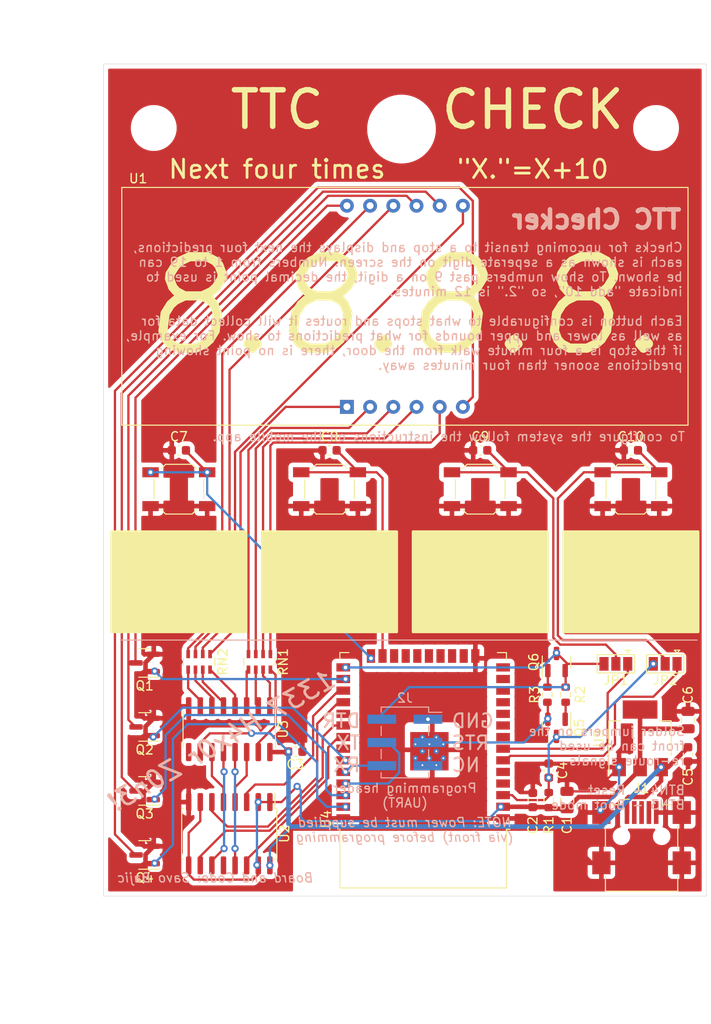
<source format=kicad_pcb>
(kicad_pcb (version 20221018) (generator pcbnew)
  (title_block (title "TTC Check") (date "2022-06-14") (rev "1.2") (company "Savo Bajic"))
  (layers (0 "F.Cu" signal) (31 "B.Cu" signal) (34 "B.Paste" user) (35 "F.Paste" user) (36 "B.SilkS" user "B.Silkscreen") (37 "F.SilkS" user "F.Silkscreen") (38 "B.Mask" user) (39 "F.Mask" user) (44 "Edge.Cuts" user))
  (net 0 "")
  (net 1 "/EN")
  (net 2 "GND")
  (net 3 "/BUT_{1}")
  (net 4 "+3V3")
  (net 5 "/BUT_{2}")
  (net 6 "+5V")
  (net 7 "/RX")
  (net 8 "/TX")
  (net 9 "/RTS")
  (net 10 "/DTR")
  (net 11 "/BOOT")
  (net 12 "/SW_{3}")
  (net 13 "/SW_{4}")
  (net 18 "/E")
  (net 19 "/F")
  (net 20 "/G")
  (net 21 "/DP")
  (net 22 "/A")
  (net 23 "/B")
  (net 24 "/C")
  (net 25 "/D")
  (net 26 "/OE")
  (net 27 "/RCLK")
  (net 28 "/SRCLCK")
  (net 29 "/SER")
  (net 30 "/BUT_{3}")
  (net 31 "/BUT_{4}")
  (net 32 "/DIGIT_{1}")
  (net 33 "/DIGIT_{2}")
  (net 34 "Net-(Q5-Pad1)")
  (net 35 "Net-(Q6-Pad1)")
  (net 36 "/DIGIT_{3}")
  (net 37 "/DIGIT_{4}")
  (net 38 "Net-(RN2-Pad5)")
  (net 39 "Net-(RN2-Pad6)")
  (net 40 "Net-(RN2-Pad7)")
  (net 41 "Net-(RN2-Pad8)")
  (net 42 "Net-(RN1-Pad5)")
  (net 43 "Net-(RN1-Pad6)")
  (net 44 "Net-(RN1-Pad7)")
  (net 45 "Net-(RN1-Pad8)")
  (net 46 "/OE_{5V}")
  (net 48 "/RCLK_{5V}")
  (net 49 "/SRCLK_{5V}")
  (net 50 "/SER_{5V}")
  (net 70 "/C_{1}")
  (net 71 "/C_{2}")
  (net 72 "/C_{3}")
  (net 73 "/C_{4}")
  (footprint "Capacitor_SMD:C_0603_1608Metric" (layer "F.Cu") (at 103.75 109.275 -90)
    (fp_text reference "C4")
    (fp_text value "100n")
  )
  (footprint "Capacitor_SMD:C_0603_1608Metric" (layer "F.Cu") (at 63.25 74.25)
    (fp_text reference "C7")
    (fp_text value "100n")
  )
  (footprint "Capacitor_SMD:C_0805_2012Metric" (layer "F.Cu") (at 105.75 112.5 90)
    (fp_text reference "C1")
    (fp_text value "22µ")
  )
  (footprint "Capacitor_SMD:C_0603_1608Metric" (layer "F.Cu") (at 102 112.5 -90)
    (fp_text reference "C2")
    (fp_text value "100n")
  )
  (footprint "Capacitor_SMD:C_0603_1608Metric" (layer "F.Cu") (at 79.75 74.25)
    (fp_text reference "C8")
    (fp_text value "100n")
  )
  (footprint "Capacitor_SMD:C_0603_1608Metric" (layer "F.Cu") (at 112.75 74.25)
    (fp_text reference "C10")
    (fp_text value "100n")
  )
  (footprint "Capacitor_SMD:C_0603_1608Metric" (layer "F.Cu") (at 119 107.5 90)
    (fp_text reference "C5")
    (fp_text value "10µ")
  )
  (footprint "Capacitor_SMD:C_0805_2012Metric" (layer "F.Cu") (at 119 103.75 90)
    (fp_text reference "C6")
    (fp_text value "22µ")
  )
  (footprint "Capacitor_SMD:C_0603_1608Metric" (layer "F.Cu") (at 76 107.2)
    (fp_text reference "C3")
    (fp_text value "100n")
  )
  (footprint "Connector_USB:USB_Mini-B_Wuerth_65100516121_Horizontal" (layer "F.Cu") (at 113.916 116.462)
    (fp_text reference "J1")
    (fp_text value "USB_B_Mini")
  )
  (footprint "Jumper:SolderJumper-3_P1.3mm_Open_Pad1.0x1.5mm" (layer "F.Cu") (at 111.1 97.6 180)
    (fp_text reference "JP1")
    (fp_text value "DEBUG1")
  )
  (footprint "Jumper:SolderJumper-3_P1.3mm_Open_Pad1.0x1.5mm" (layer "F.Cu") (at 116.5 97.6 180)
    (fp_text reference "JP2")
    (fp_text value "DEBUG2")
  )
  (footprint "Package_TO_SOT_SMD:SOT-23" (layer "F.Cu") (at 59.5 97.5 180)
    (fp_text reference "Q1")
    (fp_text value "2N7002")
  )
  (footprint "Package_TO_SOT_SMD:SOT-23" (layer "F.Cu") (at 59.5 104.5 180)
    (fp_text reference "Q2")
    (fp_text value "2N7002")
  )
  (footprint "Package_TO_SOT_SMD:SOT-23" (layer "F.Cu") (at 59.5 111.5 180)
    (fp_text reference "Q3")
    (fp_text value "2N7002")
  )
  (footprint "Package_TO_SOT_SMD:SOT-23" (layer "F.Cu") (at 59.5 118.5 180)
    (fp_text reference "Q4")
    (fp_text value "2N7002")
  )
  (footprint "Resistor_SMD:R_0603_1608Metric" (layer "F.Cu") (at 103.75 112.5 -90)
    (fp_text reference "R1")
    (fp_text value "10k")
  )
  (footprint "Resistor_SMD:R_0603_1608Metric" (layer "F.Cu") (at 105.6 100.975 90)
    (fp_text reference "R2")
    (fp_text value "10k")
  )
  (footprint "Resistor_SMD:R_0603_1608Metric" (layer "F.Cu") (at 103.6 100.975 -90)
    (fp_text reference "R3")
    (fp_text value "10k")
  )
  (footprint "Resistor_SMD:R_Array_Concave_4x0603" (layer "F.Cu") (at 72.072 97.384 -90)
    (fp_text reference "RN1")
    (fp_text value "110")
  )
  (footprint "Resistor_SMD:R_Array_Concave_4x0603" (layer "F.Cu") (at 65.468 97.384 -90)
    (fp_text reference "RN2")
    (fp_text value "110")
  )
  (footprint "Button_Switch_SMD:SW_SPST_SKQG_WithStem" (layer "F.Cu") (at 63.25 78.5 180)
    (fp_text reference "SW1")
    (fp_text value "SW_Push")
  )
  (footprint "Button_Switch_SMD:SW_SPST_SKQG_WithStem" (layer "F.Cu") (at 79.75 78.5 180)
    (fp_text reference "SW2")
    (fp_text value "SW_Push")
  )
  (footprint "Button_Switch_SMD:SW_SPST_SKQG_WithStem" (layer "F.Cu") (at 96.25 78.5 180)
    (fp_text reference "SW3")
    (fp_text value "SW_Push")
  )
  (footprint "Button_Switch_SMD:SW_SPST_SKQG_WithStem" (layer "F.Cu") (at 112.75 78.5 180)
    (fp_text reference "SW4")
    (fp_text value "SW_Push")
  )
  (footprint "RF_Module:ESP32-WROOM-32" (layer "F.Cu") (at 90 106.25 180)
    (fp_text reference "U4")
    (fp_text value "ESP32-WROOM-32D")
  )
  (footprint "Package_SO:SO-16_5.3x10.2mm_P1.27mm" (layer "F.Cu") (at 68.77 116.18 -90)
    (fp_text reference "U2")
    (fp_text value "CD40109")
  )
  (footprint "Package_TO_SOT_SMD:SOT-223-3_TabPin2" (layer "F.Cu") (at 113.75 105.75 90)
    (fp_text reference "U5")
    (fp_text value "AP1117-33")
  )
  (footprint "Package_SO:SOP-16_3.9x9.9mm_P1.27mm" (layer "F.Cu") (at 68.77 104.75 -90)
    (fp_text reference "U3")
    (fp_text value "74HC595")
  )
  (footprint "ttc_sign:7SEG4DIG20MM" (layer "F.Cu") (at 88 58.5)
    (fp_text reference "U1")
    (fp_text value "DISPLAY")
  )
  (footprint "Package_TO_SOT_SMD:SOT-23" (layer "F.Cu") (at 104.6 104.6 -90)
    (fp_text reference "Q5")
    (fp_text value "S8050")
  )
  (footprint "Package_TO_SOT_SMD:SOT-23" (layer "F.Cu") (at 104.6 97.4 90)
    (fp_text reference "Q6")
    (fp_text value "S8050")
  )
  (footprint "MountingHole:MountingHole_4mm" (layer "F.Cu") (at 60.5 39)
    (fp_text reference "H1")
    (fp_text value "4MM")
  )
  (footprint "MountingHole:MountingHole_6.5mm" (layer "F.Cu") (at 87.63 39.116)
    (fp_text reference "H2")
    (fp_text value "6.5MM")
  )
  (footprint "MountingHole:MountingHole_4mm" (layer "F.Cu") (at 115.5 39)
    (fp_text reference "H3")
    (fp_text value "4MM")
  )
  (footprint "Capacitor_SMD:C_0603_1608Metric" (layer "F.Cu") (at 96.25 74.25)
    (fp_text reference "C9")
    (fp_text value "100n")
  )
  (footprint "Connector_PinHeader_2.54mm:PinHeader_2x03_P2.54mm_Vertical_SMD" (layer "B.Cu") (at 88 106.2 180)
    (fp_text reference "J2")
    (fp_text value "PROG")
  )
  (gr_line (start 120 95) (end 57 95) (stroke (width 0.12)) (layer "B.SilkS"))
  (gr_line (start 55 123) (end 55 32) (stroke (width 0.05)) (layer "Edge.Cuts"))
  (gr_line (start 121 32) (end 121 123) (stroke (width 0.05)) (layer "Edge.Cuts"))
  (gr_line (start 121 123) (end 55 123) (stroke (width 0.05)) (layer "Edge.Cuts"))
  (gr_line (start 55 32) (end 121 32) (stroke (width 0.05)) (layer "Edge.Cuts"))
  (gr_text "NOTE: Power must be supplied\n(via front) before programming" (at 88 115.75) (layer "B.SilkS") (effects (font (size 1 1) (thickness 0.15) italic) (justify mirror)))
  (gr_text "TTC Checker" (at 118.5 49) (layer "B.SilkS") (effects (font (size 2 2) (thickness 0.5)) (justify left mirror)))
  (gr_text "DTR\nTX\nRX" (at 83.25 106.25) (layer "B.SilkS") (effects (font (size 1.5 1.5) (thickness 0.225)) (justify left mirror)))
  (gr_text "To configure the system follow the instructions on the mobile app." (at 118.75 72.75) (layer "B.SilkS") (effects (font (size 1 1)) (justify left mirror)))
  (gr_text "Programming header\n(UART)" (at 88 112) (layer "B.SilkS") (effects (font (size 1 1)) (justify mirror)))
  (gr_text "GND\nRTS\nNC" (at 93 106.25) (layer "B.SilkS") (effects (font (size 1.5 1.5) (thickness 0.225)) (justify right mirror)))
  (gr_text "Board and Code: Savo Bajic" (at 67.25 121) (layer "B.SilkS") (effects (font (size 1 1) (thickness 0.15) italic) (justify mirror)))
  (gr_text "Checks for upcoming transit to a stop and displays the next four predictions,\neach is shown as a seperate digit on the screen. Numbers from 1 to 19 can\nbe shown. To show numbers past 9 on a digit, the decimal point is used to\nindicate \"add 10\", so \"2.\" is 12 minutes.\n\nEach button is configurable to what stops and routes it will collect data for\nas well as lower and upper bounds for what predictions to show. For example,\nif the stop is a four minute walk from the door, there is no point showing\npredictions sooner than four minutes away." (at 118.5 58.5) (layer "B.SilkS") (effects (font (size 1 1)) (justify left mirror)))
  (gr_text "Solder jumpers on the\nfront can be used\nre-route signals\n\nBTN4 - Reset\nBTN3 - Boot mode" (at 118.75 109) (layer "B.SilkS") (effects (font (size 1 1)) (justify left mirror)))
  (gr_text "1337 H4x0r Z0n3!" (at 68 106 30) (layer "B.SilkS") (effects (font (size 2 2) (thickness 0.3) italic) (justify mirror)))
  (gr_text "Next four times" (at 74 43.5) (layer "F.SilkS") (effects (font (size 2 2) (thickness 0.3))))
  (gr_text "\"X.\"=X+10" (at 102 43.5) (layer "F.SilkS") (effects (font (size 2 2) (thickness 0.3))))
  (gr_text "TTC" (at 74 37) (layer "F.SilkS") (effects (font (size 4 4) (thickness 0.6))))
  (gr_text "CHECK" (at 102 37) (layer "F.SilkS") (effects (font (size 4 4) (thickness 0.6))))
  (segment (start 99.75 111.965) (end 98.5 111.965) (width 0.25) (layer "F.Cu") (net 1))
  (segment (start 103.325 112.5) (end 100.285 112.5) (width 0.25) (layer "F.Cu") (net 1))
  (segment (start 100.285 112.5) (end 99.75 111.965) (width 0.25) (layer "F.Cu") (net 1))
  (segment (start 103.75 112.075) (end 103.325 112.5) (width 0.25) (layer "F.Cu") (net 1))
  (segment (start 103.75 111.675) (end 103.75 112.075) (width 0.25) (layer "F.Cu") (net 1))
  (segment (start 103.75 110.05) (end 103.75 111.675) (width 0.25) (layer "F.Cu") (net 1))
  (via (at 104.6 105.6) (size 0.8) (drill 0.4) (layers "F.Cu" "B.Cu") (net 1))
  (via (at 103.75 110.05) (size 0.8) (drill 0.4) (layers "F.Cu" "B.Cu") (net 1))
  (via (at 115.2 97.6) (size 0.8) (drill 0.4) (layers "F.Cu" "B.Cu") (net 1))
  (segment (start 103.75 110.05) (end 103.75 106.45) (width 0.25) (layer "B.Cu") (net 1))
  (segment (start 103.75 106.45) (end 104.6 105.6) (width 0.25) (layer "B.Cu") (net 1))
  (segment (start 104.6 105.6) (end 107.2 105.6) (width 0.25) (layer "B.Cu") (net 1))
  (segment (start 107.2 105.6) (end 115.2 97.6) (width 0.25) (layer "B.Cu") (net 1))
  (segment (start 109.516 113.862) (end 109.516 113.716) (width 0.25) (layer "F.Cu") (net 2))
  (segment (start 60.5 117.55) (end 59.599999 118.450001) (width 0.5) (layer "F.Cu") (net 2))
  (segment (start 59.400001 116.450001) (end 60.5 117.55) (width 0.5) (layer "F.Cu") (net 2))
  (segment (start 91 114.5) (end 90.995 114.505) (width 0.5) (layer "F.Cu") (net 2))
  (segment (start 76.469002 114.505) (end 81.5 114.505) (width 0.5) (layer "F.Cu") (net 2))
  (segment (start 108.387998 119.362) (end 109.516 119.362) (width 0.5) (layer "F.Cu") (net 2))
  (segment (start 59.599999 120.210001) (end 61.6 122.2) (width 0.5) (layer "F.Cu") (net 2))
  (segment (start 91 104.135) (end 90.525 103.66) (width 0.25) (layer "F.Cu") (net 2))
  (segment (start 75.29999 115.674012) (end 76.469002 114.505) (width 0.5) (layer "F.Cu") (net 2))
  (segment (start 59.599999 104.450001) (end 59.599999 109.649999) (width 0.5) (layer "F.Cu") (net 2))
  (segment (start 91 107.005) (end 91 114.5) (width 0.5) (layer "F.Cu") (net 2))
  (segment (start 109.516 113.716) (end 109.4 113.6) (width 0.25) (layer "F.Cu") (net 2))
  (segment (start 90.995 114.505) (end 98.5 114.505) (width 0.5) (layer "F.Cu") (net 2))
  (segment (start 91 107.005) (end 91 104.135) (width 0.25) (layer "F.Cu") (net 2))
  (segment (start 59.599999 102.649999) (end 60.5 103.55) (width 0.5) (layer "F.Cu") (net 2))
  (segment (start 75.29999 122.2) (end 75.29999 115.674012) (width 0.5) (layer "F.Cu") (net 2))
  (segment (start 81.5 114.505) (end 90.995 114.505) (width 0.5) (layer "F.Cu") (net 2))
  (segment (start 59.599999 97.450001) (end 59.599999 102.649999) (width 0.5) (layer "F.Cu") (net 2))
  (segment (start 61.6 122.2) (end 75.29999 122.2) (width 0.5) (layer "F.Cu") (net 2))
  (segment (start 98.5 114.505) (end 103.530998 114.505) (width 0.5) (layer "F.Cu") (net 2))
  (segment (start 59.599999 109.649999) (end 60.5 110.55) (width 0.5) (layer "F.Cu") (net 2))
  (segment (start 60.5 103.55) (end 59.599999 104.450001) (width 0.5) (layer "F.Cu") (net 2))
  (segment (start 59.599999 118.450001) (end 59.599999 120.210001) (width 0.5) (layer "F.Cu") (net 2))
  (segment (start 60.5 96.55) (end 59.599999 97.450001) (width 0.5) (layer "F.Cu") (net 2))
  (segment (start 59.400001 111.649999) (end 59.400001 116.450001) (width 0.5) (layer "F.Cu") (net 2))
  (segment (start 108.8 111.55) (end 111.45 108.9) (width 0.25) (layer "F.Cu") (net 2))
  (segment (start 60.5 110.55) (end 59.400001 111.649999) (width 0.5) (layer "F.Cu") (net 2))
  (segment (start 105.75 111.55) (end 108.8 111.55) (width 0.25) (layer "F.Cu") (net 2))
  (segment (start 103.530998 114.505) (end 108.387998 119.362) (width 0.5) (layer "F.Cu") (net 2))
  (via (at 111.45 108.9) (size 0.8) (drill 0.4) (layers "F.Cu" "B.Cu") (net 2))
  (via (at 109.4 113.6) (size 0.8) (drill 0.4) (layers "F.Cu" "B.Cu") (net 2))
  (via (at 90.525 103.66) (size 0.8) (drill 0.4) (layers "F.Cu" "B.Cu") (net 2))
  (segment (start 109.4 113.6) (end 111.45 111.55) (width 0.25) (layer "B.Cu") (net 2))
  (segment (start 111.45 111.55) (end 111.45 108.9) (width 0.25) (layer "B.Cu") (net 2))
  (segment (start 64.025 74.25) (end 64.025 74.325) (width 0.25) (layer "F.Cu") (net 3))
  (segment (start 64.025 74.325) (end 66.35 76.65) (width 0.25) (layer "F.Cu") (net 3))
  (via (at 60.15 76.65) (size 0.8) (drill 0.4) (layers "F.Cu" "B.Cu") (net 3))
  (via (at 84.285 96.995) (size 0.8) (drill 0.4) (layers "F.Cu" "B.Cu") (net 3))
  (via (at 66.35 76.65) (size 0.8) (drill 0.4) (layers "F.Cu" "B.Cu") (net 3))
  (segment (start 66.35 76.65) (end 66.35 79.06) (width 0.25) (layer "B.Cu") (net 3))
  (segment (start 66.35 76.65) (end 60.15 76.65) (width 0.25) (layer "B.Cu") (net 3))
  (segment (start 66.35 79.06) (end 84.285 96.995) (width 0.25) (layer "B.Cu") (net 3))
  (segment (start 65.595 114.805) (end 64.325 116.075) (width 0.25) (layer "F.Cu") (net 4))
  (segment (start 71.945 112.7175) (end 73.215 112.7175) (width 0.25) (layer "F.Cu") (net 4))
  (segment (start 113.75 109.15) (end 110.738001 112.161999) (width 0.5) (layer "F.Cu") (net 4))
  (segment (start 71.945 119.6425) (end 71.8425 119.6425) (width 0.25) (layer "F.Cu") (net 4))
  (segment (start 98.5 113.235) (end 101.96 113.235) (width 0.5) (layer "F.Cu") (net 4))
  (segment (start 64.325 120.63) (end 64.895 121.2) (width 0.25) (layer "F.Cu") (net 4))
  (segment (start 73.215 112.7175) (end 74.4825 112.7175) (width 0.25) (layer "F.Cu") (net 4))
  (segment (start 110.738001 112.161999) (end 107.038001 112.161999) (width 0.5) (layer "F.Cu") (net 4))
  (segment (start 103.875 113.45) (end 103.75 113.325) (width 0.5) (layer "F.Cu") (net 4))
  (segment (start 119 104.7) (end 113.8 104.7) (width 0.5) (layer "F.Cu") (net 4))
  (segment (start 64.325 116.075) (end 64.325 119.6425) (width 0.25) (layer "F.Cu") (net 4))
  (segment (start 101.96 113.235) (end 102 113.275) (width 0.5) (layer "F.Cu") (net 4))
  (segment (start 113.8 104.7) (end 113.75 104.65) (width 0.5) (layer "F.Cu") (net 4))
  (segment (start 102 113.275) (end 103.7 113.275) (width 0.5) (layer "F.Cu") (net 4))
  (segment (start 107.038001 112.161999) (end 105.75 113.45) (width 0.5) (layer "F.Cu") (net 4))
  (segment (start 71.8425 119.6425) (end 71.8 119.6) (width 0.25) (layer "F.Cu") (net 4))
  (segment (start 71.375 121.2) (end 71.945 120.63) (width 0.25) (layer "F.Cu") (net 4))
  (segment (start 64.325 119.6425) (end 64.325 120.63) (width 0.25) (layer "F.Cu") (net 4))
  (segment (start 71.945 120.63) (end 71.945 119.6425) (width 0.25) (layer "F.Cu") (net 4))
  (segment (start 65.595 112.7175) (end 65.595 114.805) (width 0.25) (layer "F.Cu") (net 4))
  (segment (start 113.75 108.9) (end 113.75 104.65) (width 0.5) (layer "F.Cu") (net 4))
  (segment (start 105.75 113.45) (end 103.875 113.45) (width 0.5) (layer "F.Cu") (net 4))
  (segment (start 103.7 113.275) (end 103.75 113.325) (width 0.5) (layer "F.Cu") (net 4))
  (segment (start 113.75 104.65) (end 113.75 102.6) (width 0.5) (layer "F.Cu") (net 4))
  (segment (start 74.4825 112.7175) (end 76.2 111) (width 0.25) (layer "F.Cu") (net 4))
  (segment (start 113.75 108.9) (end 113.75 109.15) (width 0.5) (layer "F.Cu") (net 4))
  (segment (start 64.895 121.2) (end 71.375 121.2) (width 0.25) (layer "F.Cu") (net 4))
  (via (at 71.8 119.6) (size 0.8) (drill 0.4) (layers "F.Cu" "B.Cu") (net 4))
  (via (at 76.2 111) (size 0.8) (drill 0.4) (layers "F.Cu" "B.Cu") (net 4))
  (via (at 98.5 113.235) (size 0.8) (drill 0.4) (layers "F.Cu" "B.Cu") (net 4))
  (via (at 71.945 112.7175) (size 0.8) (drill 0.4) (layers "F.Cu" "B.Cu") (net 4))
  (segment (start 76.6 111.4) (end 76.6 114.4) (width 0.25) (layer "B.Cu") (net 4))
  (segment (start 76.6 114.4) (end 77 114.8) (width 0.25) (layer "B.Cu") (net 4))
  (segment (start 77 114.8) (end 96.935 114.8) (width 0.25) (layer "B.Cu") (net 4))
  (segment (start 71.8 119.6) (end 71.8 112.8625) (width 0.25) (layer "B.Cu") (net 4))
  (segment (start 71.8 112.8625) (end 71.945 112.7175) (width 0.25) (layer "B.Cu") (net 4))
  (segment (start 96.935 114.8) (end 98.5 113.235) (width 0.25) (layer "B.Cu") (net 4))
  (segment (start 76.2 111) (end 76.6 111.4) (width 0.25) (layer "B.Cu") (net 4))
  (segment (start 85.555 77.305) (end 85.555 96.995) (width 0.25) (layer "F.Cu") (net 5))
  (segment (start 84.9 76.65) (end 85.555 77.305) (width 0.25) (layer "F.Cu") (net 5))
  (segment (start 82.85 76.65) (end 84.9 76.65) (width 0.25) (layer "F.Cu") (net 5))
  (segment (start 82.85 76.65) (end 82.85 76.575) (width 0.25) (layer "F.Cu") (net 5))
  (segment (start 82.85 76.65) (end 76.65 76.65) (width 0.25) (layer "F.Cu") (net 5))
  (segment (start 82.85 76.575) (end 80.525 74.25) (width 0.25) (layer "F.Cu") (net 5))
  (segment (start 66.645 105.2) (end 71.2 105.2) (width 0.25) (layer "F.Cu") (net 6))
  (segment (start 112.316 112.351998) (end 112.505999 112.161999) (width 0.5) (layer "F.Cu") (net 6))
  (segment (start 73.215 107.25) (end 75.2 107.25) (width 0.5) (layer "F.Cu") (net 6))
  (segment (start 112.505999 112.161999) (end 114.288001 112.161999) (width 0.5) (layer "F.Cu") (net 6))
  (segment (start 116.05 110.4) (end 116.05 108.9) (width 0.5) (layer "F.Cu") (net 6))
  (segment (start 112.316 113.862) (end 112.316 112.351998) (width 0.5) (layer "F.Cu") (net 6))
  (segment (start 65.595 107.25) (end 65.595 106.25) (width 0.25) (layer "F.Cu") (net 6))
  (segment (start 75.2 107.25) (end 75.25 107.2) (width 0.5) (layer "F.Cu") (net 6))
  (segment (start 116.05 108.9) (end 116.825 108.9) (width 0.5) (layer "F.Cu") (net 6))
  (segment (start 116.825 108.9) (end 119 106.725) (width 0.5) (layer "F.Cu") (net 6))
  (segment (start 65.595 106.25) (end 66.645 105.2) (width 0.25) (layer "F.Cu") (net 6))
  (segment (start 114.288001 112.161999) (end 116.05 110.4) (width 0.5) (layer "F.Cu") (net 6))
  (via (at 73.215 119.6425) (size 0.8) (drill 0.4) (layers "F.Cu" "B.Cu") (net 6))
  (via (at 75.25 107.2) (size 0.8) (drill 0.4) (layers "F.Cu" "B.Cu") (net 6))
  (via (at 71.2 105.2) (size 0.8) (drill 0.4) (layers "F.Cu" "B.Cu") (net 6))
  (via (at 116.05 108.9) (size 0.8) (drill 0.4) (layers "F.Cu" "B.Cu") (net 6))
  (segment (start 75.25 115.075998) (end 75.25 107.2) (width 0.5) (layer "B.Cu") (net 6))
  (segment (start 109.55 115.4) (end 75.574002 115.4) (width 0.5) (layer "B.Cu") (net 6))
  (segment (start 75.574002 115.4) (end 75.25 115.075998) (width 0.5) (layer "B.Cu") (net 6))
  (segment (start 116.05 108.9) (end 109.55 115.4) (width 0.5) (layer "B.Cu") (net 6))
  (segment (start 73.25 105.2) (end 75.25 107.2) (width 0.25) (layer "B.Cu") (net 6))
  (segment (start 71.2 105.2) (end 73.25 105.2) (width 0.25) (layer "B.Cu") (net 6))
  (segment (start 75.574002 115.4) (end 73.215 117.759002) (width 0.25) (layer "B.Cu") (net 6))
  (segment (start 73.215 117.759002) (end 73.215 119.6425) (width 0.25) (layer "B.Cu") (net 6))
  (via (at 81.5 109.425) (size 0.8) (drill 0.4) (layers "F.Cu" "B.Cu") (net 7))
  (segment (start 85.475 108.74) (end 82.185 108.74) (width 0.25) (layer "B.Cu") (net 7))
  (segment (start 82.185 108.74) (end 81.5 109.425) (width 0.25) (layer "B.Cu") (net 7))
  (via (at 81.5 110.695) (size 0.8) (drill 0.4) (layers "F.Cu" "B.Cu") (net 8))
  (segment (start 86.2 106.2) (end 87.375001 107.375001) (width 0.25) (layer "B.Cu") (net 8))
  (segment (start 87.375001 109.500001) (end 86.180002 110.695) (width 0.25) (layer "B.Cu") (net 8))
  (segment (start 85.475 106.2) (end 86.2 106.2) (width 0.25) (layer "B.Cu") (net 8))
  (segment (start 87.375001 107.375001) (end 87.375001 109.500001) (width 0.25) (layer "B.Cu") (net 8))
  (segment (start 86.180002 110.695) (end 81.5 110.695) (width 0.25) (layer "B.Cu") (net 8))
  (segment (start 103.65 101.85) (end 103.6 101.8) (width 0.25) (layer "F.Cu") (net 9))
  (segment (start 103.65 103.6) (end 103.65 101.85) (width 0.25) (layer "F.Cu") (net 9))
  (via (at 103.65 103.6) (size 0.8) (drill 0.4) (layers "F.Cu" "B.Cu") (net 9))
  (segment (start 90.525 106.2) (end 101.05 106.2) (width 0.25) (layer "B.Cu") (net 9))
  (segment (start 101.05 106.2) (end 103.65 103.6) (width 0.25) (layer "B.Cu") (net 9))
  (segment (start 105.6 98.45) (end 105.55 98.4) (width 0.25) (layer "F.Cu") (net 10))
  (segment (start 105.6 100.15) (end 105.6 98.45) (width 0.25) (layer "F.Cu") (net 10))
  (via (at 105.6 100.15) (size 0.8) (drill 0.4) (layers "F.Cu" "B.Cu") (net 10))
  (segment (start 85.475 103.125) (end 88.45 100.15) (width 0.25) (layer "B.Cu") (net 10))
  (segment (start 88.45 100.15) (end 105.6 100.15) (width 0.25) (layer "B.Cu") (net 10))
  (segment (start 85.475 103.66) (end 85.475 103.125) (width 0.25) (layer "B.Cu") (net 10))
  (segment (start 105.8 97.6) (end 104.6 96.4) (width 0.25) (layer "F.Cu") (net 11))
  (segment (start 109.8 97.6) (end 105.8 97.6) (width 0.25) (layer "F.Cu") (net 11))
  (via (at 81.5 97.995) (size 0.8) (drill 0.4) (layers "F.Cu" "B.Cu") (net 11))
  (via (at 104.6 96.4) (size 0.8) (drill 0.4) (layers "F.Cu" "B.Cu") (net 11))
  (segment (start 103.005 97.995) (end 81.5 97.995) (width 0.25) (layer "B.Cu") (net 11))
  (segment (start 104.6 96.4) (end 103.005 97.995) (width 0.25) (layer "B.Cu") (net 11))
  (segment (start 104.25 94.75) (end 105 95.5) (width 0.25) (layer "F.Cu") (net 12))
  (segment (start 110 95.5) (end 111.1 96.6) (width 0.25) (layer "F.Cu") (net 12))
  (segment (start 101.4 76.65) (end 104.25 79.5) (width 0.25) (layer "F.Cu") (net 12))
  (segment (start 105 95.5) (end 110 95.5) (width 0.25) (layer "F.Cu") (net 12))
  (segment (start 99.35 76.65) (end 99.35 76.575) (width 0.25) (layer "F.Cu") (net 12))
  (segment (start 99.35 76.65) (end 101.4 76.65) (width 0.25) (layer "F.Cu") (net 12))
  (segment (start 99.35 76.575) (end 97.025 74.25) (width 0.25) (layer "F.Cu") (net 12))
  (segment (start 99.35 76.65) (end 93.15 76.65) (width 0.25) (layer "F.Cu") (net 12))
  (segment (start 111.1 96.6) (end 111.1 97.6) (width 0.25) (layer "F.Cu") (net 12))
  (segment (start 104.25 79.5) (end 104.25 94.75) (width 0.25) (layer "F.Cu") (net 12))
  (segment (start 115.85 76.65) (end 115.85 76.575) (width 0.25) (layer "F.Cu") (net 13))
  (segment (start 107.6 76.65) (end 104.75 79.5) (width 0.25) (layer "F.Cu") (net 13))
  (segment (start 104.75 94.5) (end 105.25 95) (width 0.25) (layer "F.Cu") (net 13))
  (segment (start 109.65 76.65) (end 107.6 76.65) (width 0.25) (layer "F.Cu") (net 13))
  (segment (start 114.435002 95) (end 116.5 97.064998) (width 0.25) (layer "F.Cu") (net 13))
  (segment (start 104.75 79.5) (end 104.75 94.5) (width 0.25) (layer "F.Cu") (net 13))
  (segment (start 115.85 76.65) (end 109.65 76.65) (width 0.25) (layer "F.Cu") (net 13))
  (segment (start 105.25 95) (end 114.435002 95) (width 0.25) (layer "F.Cu") (net 13))
  (segment (start 116.5 97.064998) (end 116.5 97.6) (width 0.25) (layer "F.Cu") (net 13))
  (segment (start 115.85 76.575) (end 113.525 74.25) (width 0.25) (layer "F.Cu") (net 13))
  (segment (start 70 74.45436) (end 70 93.202) (width 0.25) (layer "F.Cu") (net 18))
  (segment (start 70 93.202) (end 66.668 96.534) (width 0.25) (layer "F.Cu") (net 18))
  (segment (start 81.65 69.5) (end 74.95436 69.5) (width 0.25) (layer "F.Cu") (net 18))
  (segment (start 74.95436 69.5) (end 70 74.45436) (width 0.25) (layer "F.Cu") (net 18))
  (segment (start 65.068 96.534) (end 65.068 95.732) (width 0.25) (layer "F.Cu") (net 19))
  (segment (start 65.068 95.732) (end 68.8 92) (width 0.25) (layer "F.Cu") (net 19))
  (segment (start 68.8 65.43) (end 86.73 47.5) (width 0.25) (layer "F.Cu") (net 19))
  (segment (start 68.8 92) (end 68.8 65.43) (width 0.25) (layer "F.Cu") (net 19))
  (segment (start 73.272 96.534) (end 73.272 73.728) (width 0.25) (layer "F.Cu") (net 20))
  (segment (start 90.8 73.4) (end 91.81 72.39) (width 0.25) (layer "F.Cu") (net 20))
  (segment (start 91.81 72.39) (end 91.81 69.5) (width 0.25) (layer "F.Cu") (net 20))
  (segment (start 73.6 73.4) (end 90.8 73.4) (width 0.25) (layer "F.Cu") (net 20))
  (segment (start 73.272 73.728) (end 73.6 73.4) (width 0.25) (layer "F.Cu") (net 20))
  (segment (start 71.672 74.05518) (end 73.32718 72.4) (width 0.25) (layer "F.Cu") (net 21))
  (segment (start 73.32718 72.4) (end 83.83 72.4) (width 0.25) (layer "F.Cu") (net 21))
  (segment (start 83.83 72.4) (end 86.73 69.5) (width 0.25) (layer "F.Cu") (net 21))
  (segment (start 71.672 96.534) (end 71.672 74.05518) (width 0.25) (layer "F.Cu") (net 21))
  (segment (start 64.268 95.89559) (end 64.268 96.534) (width 0.25) (layer "F.Cu") (net 22))
  (segment (start 84.19 47.5) (end 68 63.69) (width 0.25) (layer "F.Cu") (net 22))
  (segment (start 68 92.16359) (end 64.268 95.89559) (width 0.25) (layer "F.Cu") (net 22))
  (segment (start 68 63.69) (end 68 92.16359) (width 0.25) (layer "F.Cu") (net 22))
  (segment (start 65.868 95.834) (end 69.4 92.302) (width 0.25) (layer "F.Cu") (net 23))
  (segment (start 69.4 92.302) (end 69.4 74.41795) (width 0.25) (layer "F.Cu") (net 23))
  (segment (start 94.35 49.46795) (end 94.35 47.5) (width 0.25) (layer "F.Cu") (net 23))
  (segment (start 65.868 96.534) (end 65.868 95.834) (width 0.25) (layer "F.Cu") (net 23))
  (segment (start 69.4 74.41795) (end 94.35 49.46795) (width 0.25) (layer "F.Cu") (net 23))
  (segment (start 85.820009 72.949991) (end 73.4136 72.94999) (width 0.25) (layer "F.Cu") (net 24))
  (segment (start 72.472 73.89159) (end 72.472 96.534) (width 0.25) (layer "F.Cu") (net 24))
  (segment (start 89.27 69.5) (end 85.820009 72.949991) (width 0.25) (layer "F.Cu") (net 24))
  (segment (start 73.4136 72.94999) (end 72.472 73.89159) (width 0.25) (layer "F.Cu") (net 24))
  (segment (start 84.19 69.5) (end 81.89 71.8) (width 0.25) (layer "F.Cu") (net 25))
  (segment (start 81.89 71.8) (end 73.29077 71.8) (width 0.25) (layer "F.Cu") (net 25))
  (segment (start 73.29077 71.8) (end 70.872 74.21877) (width 0.25) (layer "F.Cu") (net 25))
  (segment (start 70.872 74.21877) (end 70.872 96.534) (width 0.25) (layer "F.Cu") (net 25))
  (segment (start 70.675 119.6425) (end 70.675 118.99782) (width 0.25) (layer "F.Cu") (net 26))
  (segment (start 79.6 110.07282) (end 79.6 106.749998) (width 0.25) (layer "F.Cu") (net 26))
  (segment (start 79.6 106.749998) (end 80.734998 105.615) (width 0.25) (layer "F.Cu") (net 26))
  (segment (start 70.675 118.99782) (end 79.6 110.07282) (width 0.25) (layer "F.Cu") (net 26))
  (segment (start 80.734998 105.615) (end 81.5 105.615) (width 0.25) (layer "F.Cu") (net 26))
  (segment (start 73.1864 115.85001) (end 68.39999 115.85001) (width 0.25) (layer "F.Cu") (net 27))
  (segment (start 65.595 118.655) (end 65.595 119.6425) (width 0.25) (layer "F.Cu") (net 27))
  (segment (start 80.25 104.345) (end 79 105.595) (width 0.25) (layer "F.Cu") (net 27))
  (segment (start 81.5 104.345) (end 80.25 104.345) (width 0.25) (layer "F.Cu") (net 27))
  (segment (start 79 105.595) (end 79 110.03641) (width 0.25) (layer "F.Cu") (net 27))
  (segment (start 79 110.03641) (end 73.1864 115.85001) (width 0.25) (layer "F.Cu") (net 27))
  (segment (start 68.39999 115.85001) (end 65.595 118.655) (width 0.25) (layer "F.Cu") (net 27))
  (segment (start 80.734998 101.805) (end 81.5 101.805) (width 0.25) (layer "F.Cu") (net 28))
  (segment (start 68.56 115.4) (end 73 115.4) (width 0.25) (layer "F.Cu") (net 28))
  (segment (start 78.4 110) (end 78.4 104.139998) (width 0.25) (layer "F.Cu") (net 28))
  (segment (start 73 115.4) (end 78.4 110) (width 0.25) (layer "F.Cu") (net 28))
  (segment (start 66.865 112.7175) (end 66.865 113.705) (width 0.25) (layer "F.Cu") (net 28))
  (segment (start 78.4 104.139998) (end 80.734998 101.805) (width 0.25) (layer "F.Cu") (net 28))
  (segment (start 66.865 113.705) (end 68.56 115.4) (width 0.25) (layer "F.Cu") (net 28))
  (segment (start 77.94999 103.320008) (end 80.734998 100.535) (width 0.25) (layer "F.Cu") (net 29))
  (segment (start 71.605 110.8) (end 74.8 110.8) (width 0.25) (layer "F.Cu") (net 29))
  (segment (start 80.734998 100.535) (end 81.5 100.535) (width 0.25) (layer "F.Cu") (net 29))
  (segment (start 70.675 112.7175) (end 70.675 111.73) (width 0.25) (layer "F.Cu") (net 29))
  (segment (start 74.8 110.8) (end 77.94999 107.65001) (width 0.25) (layer "F.Cu") (net 29))
  (segment (start 77.94999 107.65001) (end 77.94999 103.320008) (width 0.25) (layer "F.Cu") (net 29))
  (segment (start 70.675 111.73) (end 71.605 110.8) (width 0.25) (layer "F.Cu") (net 29))
  (segment (start 110.2 100.8) (end 110.2 106.2) (width 0.25) (layer "F.Cu") (net 30))
  (segment (start 112.4 98.6) (end 110.2 100.8) (width 0.25) (layer "F.Cu") (net 30))
  (segment (start 110.2 106.2) (end 109.515 106.885) (width 0.25) (layer "F.Cu") (net 30))
  (segment (start 112.4 97.6) (end 112.4 98.6) (width 0.25) (layer "F.Cu") (net 30))
  (segment (start 109.515 106.885) (end 98.5 106.885) (width 0.25) (layer "F.Cu") (net 30))
  (segment (start 99.539999 107.660001) (end 109.739999 107.660001) (width 0.25) (layer "F.Cu") (net 31))
  (segment (start 115.2 101.2) (end 117.8 98.6) (width 0.25) (layer "F.Cu") (net 31))
  (segment (start 117.8 98.6) (end 117.8 97.6) (width 0.25) (layer "F.Cu") (net 31))
  (segment (start 111.664998 101.2) (end 115.2 101.2) (width 0.25) (layer "F.Cu") (net 31))
  (segment (start 109.739999 107.660001) (end 111 106.4) (width 0.25) (layer "F.Cu") (net 31))
  (segment (start 111 101.864998) (end 111.664998 101.2) (width 0.25) (layer "F.Cu") (net 31))
  (segment (start 98.5 108.155) (end 99.045 108.155) (width 0.25) (layer "F.Cu") (net 31))
  (segment (start 99.045 108.155) (end 99.539999 107.660001) (width 0.25) (layer "F.Cu") (net 31))
  (segment (start 111 106.4) (end 111 101.864998) (width 0.25) (layer "F.Cu") (net 31))
  (segment (start 60.55 98.45) (end 60.6 98.4) (width 0.25) (layer "F.Cu") (net 32))
  (segment (start 60.5 98.45) (end 60.55 98.45) (width 0.25) (layer "F.Cu") (net 32))
  (via (at 81.5 99.265) (size 0.8) (drill 0.4) (layers "F.Cu" "B.Cu") (net 32))
  (via (at 60.6 98.4) (size 0.8) (drill 0.4) (layers "F.Cu" "B.Cu") (net 32))
  (segment (start 60.6 98.4) (end 61.465 99.265) (width 0.25) (layer "B.Cu") (net 32))
  (segment (start 61.465 99.265) (end 81.5 99.265) (width 0.25) (layer "B.Cu") (net 32))
  (segment (start 60.5 105.549999) (end 60.449999 105.6) (width 0.25) (layer "F.Cu") (net 33))
  (segment (start 60.5 105.45) (end 60.5 105.549999) (width 0.25) (layer "F.Cu") (net 33))
  (via (at 60.449999 105.6) (size 0.8) (drill 0.4) (layers "F.Cu" "B.Cu") (net 33))
  (via (at 81.5 108.155) (size 0.8) (drill 0.4) (layers "F.Cu" "B.Cu") (net 33))
  (segment (start 60.449999 105.6) (end 63.649999 102.4) (width 0.25) (layer "B.Cu") (net 33))
  (segment (start 63.649999 102.4) (end 75.745 102.4) (width 0.25) (layer "B.Cu") (net 33))
  (segment (start 75.745 102.4) (end 81.5 108.155) (width 0.25) (layer "B.Cu") (net 33))
  (segment (start 105.6 103.55) (end 105.55 103.6) (width 0.25) (layer "F.Cu") (net 34))
  (segment (start 105.6 101.8) (end 105.6 103.55) (width 0.25) (layer "F.Cu") (net 34))
  (segment (start 103.65 100.1) (end 103.6 100.15) (width 0.25) (layer "F.Cu") (net 35))
  (segment (start 103.65 98.4) (end 103.65 100.1) (width 0.25) (layer "F.Cu") (net 35))
  (segment (start 60.5 112.45) (end 60.55 112.45) (width 0.25) (layer "F.Cu") (net 36))
  (segment (start 60.55 112.45) (end 60.6 112.4) (width 0.25) (layer "F.Cu") (net 36))
  (via (at 81.5 111.965) (size 0.8) (drill 0.4) (layers "F.Cu" "B.Cu") (net 36))
  (via (at 60.6 112.4) (size 0.8) (drill 0.4) (layers "F.Cu" "B.Cu") (net 36))
  (segment (start 75.2 103.2) (end 79.4 107.4) (width 0.25) (layer "B.Cu") (net 36))
  (segment (start 79.4 107.4) (end 79.4 111.4) (width 0.25) (layer "B.Cu") (net 36))
  (segment (start 61.8 111.2) (end 61.8 105.4) (width 0.25) (layer "B.Cu") (net 36))
  (segment (start 60.6 112.4) (end 61.8 111.2) (width 0.25) (layer "B.Cu") (net 36))
  (segment (start 61.8 105.4) (end 64 103.2) (width 0.25) (layer "B.Cu") (net 36))
  (segment (start 79.4 111.4) (end 79.965 111.965) (width 0.25) (layer "B.Cu") (net 36))
  (segment (start 79.965 111.965) (end 81.5 111.965) (width 0.25) (layer "B.Cu") (net 36))
  (segment (start 64 103.2) (end 75.2 103.2) (width 0.25) (layer "B.Cu") (net 36))
  (segment (start 60.5 119.45) (end 60.55 119.45) (width 0.25) (layer "F.Cu") (net 37))
  (segment (start 60.55 119.45) (end 60.6 119.4) (width 0.25) (layer "F.Cu") (net 37))
  (via (at 60.6 119.4) (size 0.8) (drill 0.4) (layers "F.Cu" "B.Cu") (net 37))
  (via (at 81.5 113.235) (size 0.8) (drill 0.4) (layers "F.Cu" "B.Cu") (net 37))
  (segment (start 62.6 105.8) (end 64.2 104.2) (width 0.25) (layer "B.Cu") (net 37))
  (segment (start 78.4 112.2) (end 79.435 113.235) (width 0.25) (layer "B.Cu") (net 37))
  (segment (start 79.435 113.235) (end 81.5 113.235) (width 0.25) (layer "B.Cu") (net 37))
  (segment (start 74.2 104.2) (end 78.4 108.4) (width 0.25) (layer "B.Cu") (net 37))
  (segment (start 64.2 104.2) (end 74.2 104.2) (width 0.25) (layer "B.Cu") (net 37))
  (segment (start 60.6 119.4) (end 62.6 117.4) (width 0.25) (layer "B.Cu") (net 37))
  (segment (start 62.6 117.4) (end 62.6 105.8) (width 0.25) (layer "B.Cu") (net 37))
  (segment (start 78.4 108.4) (end 78.4 112.2) (width 0.25) (layer "B.Cu") (net 37))
  (segment (start 65.595 102.25) (end 65.595 101.595) (width 0.25) (layer "F.Cu") (net 38))
  (segment (start 64.268 100.268) (end 64.268 98.234) (width 0.25) (layer "F.Cu") (net 38))
  (segment (start 65.595 101.595) (end 64.268 100.268) (width 0.25) (layer "F.Cu") (net 38))
  (segment (start 66.865 102.25) (end 66.865 101.25) (width 0.25) (layer "F.Cu") (net 39))
  (segment (start 65.068 99.453) (end 65.068 98.234) (width 0.25) (layer "F.Cu") (net 39))
  (segment (start 66.865 101.25) (end 65.068 99.453) (width 0.25) (layer "F.Cu") (net 39))
  (segment (start 65.868 98.234) (end 65.868 99.581232) (width 0.25) (layer "F.Cu") (net 40))
  (segment (start 68.135 101.848232) (end 68.135 102.25) (width 0.25) (layer "F.Cu") (net 40))
  (segment (start 65.868 99.581232) (end 68.135 101.848232) (width 0.25) (layer "F.Cu") (net 40))
  (segment (start 69.405 100.971) (end 69.405 102.25) (width 0.25) (layer "F.Cu") (net 41))
  (segment (start 66.668 98.234) (end 69.405 100.971) (width 0.25) (layer "F.Cu") (net 41))
  (segment (start 70.675 98.431) (end 70.872 98.234) (width 0.25) (layer "F.Cu") (net 42))
  (segment (start 70.675 102.25) (end 70.675 98.431) (width 0.25) (layer "F.Cu") (net 42))
  (segment (start 71.672 98.234) (end 71.672 101.977) (width 0.25) (layer "F.Cu") (net 43))
  (segment (start 71.672 101.977) (end 71.945 102.25) (width 0.25) (layer "F.Cu") (net 43))
  (segment (start 72.472 98.934) (end 73.215 99.677) (width 0.25) (layer "F.Cu") (net 44))
  (segment (start 72.472 98.234) (end 72.472 98.934) (width 0.25) (layer "F.Cu") (net 44))
  (segment (start 73.215 99.677) (end 73.215 102.25) (width 0.25) (layer "F.Cu") (net 44))
  (segment (start 73.272 98.234) (end 73.84001 98.80201) (width 0.25) (layer "F.Cu") (net 45))
  (segment (start 71.945 106.25) (end 71.945 107.25) (width 0.25) (layer "F.Cu") (net 45))
  (segment (start 73.84001 104.35499) (end 71.945 106.25) (width 0.25) (layer "F.Cu") (net 45))
  (segment (start 73.84001 98.80201) (end 73.84001 104.35499) (width 0.25) (layer "F.Cu") (net 45))
  (segment (start 69.4 109.4) (end 69.4 107.255) (width 0.25) (layer "F.Cu") (net 46))
  (segment (start 69.405 119.6425) (end 69.405 117.805) (width 0.25) (layer "F.Cu") (net 46))
  (segment (start 69.405 117.805) (end 69.4 117.8) (width 0.25) (layer "F.Cu") (net 46))
  (segment (start 69.4 107.255) (end 69.405 107.25) (width 0.25) (layer "F.Cu") (net 46))
  (via (at 69.4 109.4) (size 0.8) (drill 0.4) (layers "F.Cu" "B.Cu") (net 46))
  (via (at 69.4 117.8) (size 0.8) (drill 0.4) (layers "F.Cu" "B.Cu") (net 46))
  (segment (start 69.4 117.8) (end 69.4 109.4) (width 0.25) (layer "B.Cu") (net 46))
  (segment (start 68.2 117.8) (end 66.865 119.135) (width 0.25) (layer "F.Cu") (net 48))
  (segment (start 68.135 107.25) (end 68.135 109.335) (width 0.25) (layer "F.Cu") (net 48))
  (segment (start 68.135 109.335) (end 68.2 109.4) (width 0.25) (layer "F.Cu") (net 48))
  (segment (start 66.865 119.135) (end 66.865 119.6425) (width 0.25) (layer "F.Cu") (net 48))
  (via (at 68.2 117.8) (size 0.8) (drill 0.4) (layers "F.Cu" "B.Cu") (net 48))
  (via (at 68.2 109.4) (size 0.8) (drill 0.4) (layers "F.Cu" "B.Cu") (net 48))
  (segment (start 68.2 109.4) (end 68.2 117.8) (width 0.25) (layer "B.Cu") (net 48))
  (segment (start 68.135 112.7175) (end 68.135 111.135) (width 0.25) (layer "F.Cu") (net 49))
  (segment (start 66.865 109.865) (end 66.865 107.25) (width 0.25) (layer "F.Cu") (net 49))
  (segment (start 68.135 111.135) (end 66.865 109.865) (width 0.25) (layer "F.Cu") (net 49))
  (segment (start 69.405 112.7175) (end 69.405 111.095) (width 0.25) (layer "F.Cu") (net 50))
  (segment (start 69.405 111.095) (end 70.675 109.825) (width 0.25) (layer "F.Cu") (net 50))
  (segment (start 70.675 109.825) (end 70.675 107.25) (width 0.25) (layer "F.Cu") (net 50))
  (segment (start 58.5 68.5) (end 79.5 47.5) (width 0.25) (layer "F.Cu") (net 70))
  (segment (start 58.5 97.5) (end 58.5 68.5) (width 0.25) (layer "F.Cu") (net 70))
  (segment (start 79.5 47.5) (end 81.65 47.5) (width 0.25) (layer "F.Cu") (net 70))
  (segment (start 57.724999 103.724999) (end 57.724999 68.275001) (width 0.25) (layer "F.Cu") (net 71))
  (segment (start 57.724999 68.275001) (end 79.587001 46.412999) (width 0.25) (layer "F.Cu") (net 71))
  (segment (start 88.182999 46.412999) (end 89.27 47.5) (width 0.25) (layer "F.Cu") (net 71))
  (segment (start 79.587001 46.412999) (end 88.182999 46.412999) (width 0.25) (layer "F.Cu") (net 71))
  (segment (start 58.5 104.5) (end 57.724999 103.724999) (width 0.25) (layer "F.Cu") (net 71))
  (segment (start 90.27299 45.96299) (end 91.81 47.5) (width 0.25) (layer "F.Cu") (net 72))
  (segment (start 58.5 111.5) (end 57 110) (width 0.25) (layer "F.Cu") (net 72))
  (segment (start 57 110) (end 57 68) (width 0.25) (layer "F.Cu") (net 72))
  (segment (start 57 68) (end 79.03701 45.96299) (width 0.25) (layer "F.Cu") (net 72))
  (segment (start 79.03701 45.96299) (end 90.27299 45.96299) (width 0.25) (layer "F.Cu") (net 72))
  (segment (start 78.51298 45.51298) (end 93.971742 45.51298) (width 0.25) (layer "F.Cu") (net 73))
  (segment (start 56.25 67.75) (end 78.5 45.5) (width 0.25) (layer "F.Cu") (net 73))
  (segment (start 94.35 69.5) (end 95.437001 68.412999) (width 0.25) (layer "F.Cu") (net 73))
  (segment (start 78.5 45.5) (end 78.51298 45.51298) (width 0.25) (layer "F.Cu") (net 73))
  (segment (start 95.437001 68.412999) (end 95.437001 46.978239) (width 0.25) (layer "F.Cu") (net 73))
  (segment (start 58.5 118.5) (end 56.25 116.25) (width 0.25) (layer "F.Cu") (net 73))
  (segment (start 95.437001 46.978239) (end 93.971742 45.51298) (width 0.25) (layer "F.Cu") (net 73))
  (segment (start 56.25 116.25) (end 56.25 67.75) (width 0.25) (layer "F.Cu") (net 73))
  (zone (net 0) (net_name "") (layer "F.Cu") (connect_pads (clearance 0)) (min_thickness 0.254)
    (keepout (tracks not_allowed) (vias not_allowed) (pads allowed) (copperpour not_allowed) (footprints allowed))
    (fill (thermal_gap 0.508) (thermal_bridge_width 0.508))
    (polygon (pts (xy 78.75 79.75) (xy 75.75 79.75) (xy 75.75 77.25) (xy 78.75 77.25)))
  )
  (zone (net 0) (net_name "") (layer "F.Cu") (connect_pads (clearance 0)) (min_thickness 0.254)
    (keepout (tracks not_allowed) (vias not_allowed) (pads allowed) (copperpour not_allowed) (footprints allowed))
    (fill (thermal_gap 0.508) (thermal_bridge_width 0.508))
    (polygon (pts (xy 95.25 79.75) (xy 92.25 79.75) (xy 92.25 77.25) (xy 95.25 77.25)))
  )
  (zone (net 0) (net_name "") (layer "F.Cu") (connect_pads (clearance 0)) (min_thickness 0.254)
    (keepout (tracks not_allowed) (vias not_allowed) (pads allowed) (copperpour not_allowed) (footprints allowed))
    (fill (thermal_gap 0.508) (thermal_bridge_width 0.508))
    (polygon (pts (xy 111.75 79.75) (xy 108.75 79.75) (xy 108.75 77.25) (xy 111.75 77.25)))
  )
  (zone (net 0) (net_name "") (layer "F.Cu") (connect_pads (clearance 0)) (min_thickness 0.254)
    (keepout (tracks not_allowed) (vias not_allowed) (pads allowed) (copperpour not_allowed) (footprints allowed))
    (fill (thermal_gap 0.508) (thermal_bridge_width 0.508))
    (polygon (pts (xy 67.25 79.75) (xy 64.25 79.75) (xy 64.25 77.25) (xy 67.25 77.25)))
  )
  (zone (net 0) (net_name "") (layer "F.Cu") (connect_pads (clearance 0)) (min_thickness 0.254)
    (keepout (tracks not_allowed) (vias not_allowed) (pads allowed) (copperpour not_allowed) (footprints allowed))
    (fill (thermal_gap 0.508) (thermal_bridge_width 0.508))
    (polygon (pts (xy 83.75 79.75) (xy 80.75 79.75) (xy 80.75 77.25) (xy 83.75 77.25)))
  )
  (zone (net 0) (net_name "") (layer "F.Cu") (connect_pads (clearance 0)) (min_thickness 0.254)
    (keepout (tracks not_allowed) (vias not_allowed) (pads allowed) (copperpour not_allowed) (footprints allowed))
    (fill (thermal_gap 0.508) (thermal_bridge_width 0.508))
    (polygon (pts (xy 100.25 79.75) (xy 97.25 79.75) (xy 97.25 77.25) (xy 100.25 77.25)))
  )
  (zone (net 0) (net_name "") (layer "F.Cu") (connect_pads (clearance 0)) (min_thickness 0.254)
    (keepout (tracks not_allowed) (vias not_allowed) (pads allowed) (copperpour not_allowed) (footprints allowed))
    (fill (thermal_gap 0.508) (thermal_bridge_width 0.508))
    (polygon (pts (xy 116.75 79.75) (xy 113.75 79.75) (xy 113.75 77.25) (xy 116.75 77.25)))
  )
  (zone (net 2) (net_name "GND") (layer "F.Cu") (priority 2) (connect_pads (clearance 0.508)) (min_thickness 0.254) (fill yes (thermal_gap 0.508) (thermal_bridge_width 0.508))
    (polygon (pts (xy 121 123) (xy 55 123) (xy 55 32) (xy 121 32)))
  )
  (zone (net 0) (net_name "") (layer "F.Cu") (connect_pads (clearance 0)) (min_thickness 0.254)
    (keepout (tracks not_allowed) (vias not_allowed) (pads allowed) (copperpour not_allowed) (footprints allowed))
    (fill (thermal_gap 0.508) (thermal_bridge_width 0.508))
    (polygon (pts (xy 62.25 79.75) (xy 59.25 79.75) (xy 59.25 77.25) (xy 62.25 77.25)))
  )
  (zone (net 0) (net_name "") (layers "F&B.Cu") (connect_pads (clearance 0)) (min_thickness 0.254)
    (keepout (tracks not_allowed) (vias not_allowed) (pads allowed) (copperpour not_allowed) (footprints allowed))
    (fill (thermal_gap 0.508) (thermal_bridge_width 0.508))
    (polygon (pts (xy 104.25 127.110414) (xy 75.75 127.110414) (xy 75.75 115.860414) (xy 104.25 115.860414)))
  )
  (zone (net 0) (net_name "") (layer "F.SilkS") (connect_pads (clearance 0.508)) (min_thickness 0.254) (fill yes (thermal_gap 0.508) (thermal_bridge_width 0.508))
    (polygon (pts (xy 87.25 94.25) (xy 72.25 94.25) (xy 72.25 83) (xy 87.25 83)))
  )
  (zone (net 0) (net_name "") (layer "F.SilkS") (connect_pads (clearance 0.508)) (min_thickness 0.254) (fill yes (thermal_gap 0.508) (thermal_bridge_width 0.508))
    (polygon (pts (xy 103.75 94.25) (xy 88.75 94.25) (xy 88.75 83) (xy 103.75 83)))
  )
  (zone (net 0) (net_name "") (layer "F.SilkS") (connect_pads (clearance 0.508)) (min_thickness 0.254) (fill yes (thermal_gap 0.508) (thermal_bridge_width 0.508))
    (polygon (pts (xy 120.25 94.25) (xy 105.25 94.25) (xy 105.25 83) (xy 120.25 83)))
  )
  (zone (net 0) (net_name "") (layer "F.SilkS") (connect_pads (clearance 0.508)) (min_thickness 0.254) (fill yes (thermal_gap 0.508) (thermal_bridge_width 0.508))
    (polygon (pts (xy 70.75 94.25) (xy 55.75 94.25) (xy 55.75 83) (xy 70.75 83)))
  )
)
</source>
